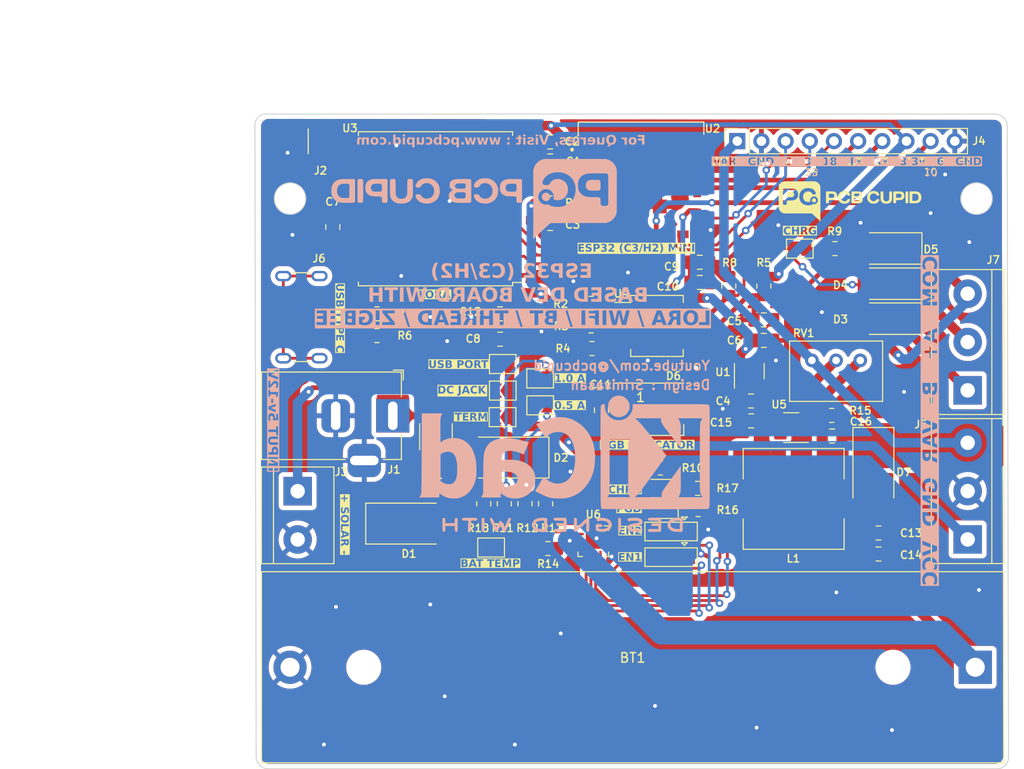
<source format=kicad_pcb>
(kicad_pcb (version 20241229) (generator "pcbnew") (generator_version "9.0")
  (layers (0 "F.Cu" signal) (2 "B.Cu" signal) (13 "F.Paste" user) (15 "B.Paste" user) (5 "F.SilkS" user "F.Silkscreen") (7 "B.SilkS" user "B.Silkscreen") (1 "F.Mask" user) (3 "B.Mask" user) (25 "Edge.Cuts" user))
  (net 0 "")
  (net 1 "/Battery Managment Circuit/Bat+")
  (net 2 "GND")
  (net 3 "+3.3V")
  (net 4 "Net-(U2-EN)")
  (net 5 "/OUT")
  (net 6 "Net-(U1-BP)")
  (net 7 "VCC")
  (net 8 "/OUT_VAR")
  (net 9 "Net-(D1-A2)")
  (net 10 "Net-(D2-K)")
  (net 11 "Net-(D3-A1)")
  (net 12 "/COM")
  (net 13 "Net-(D4-A1)")
  (net 15 "/RGB")
  (net 16 "Net-(D7-A)")
  (net 17 "Net-(D8-K)")
  (net 18 "Net-(D9-K)")
  (net 19 "Net-(F1-Pad1)")
  (net 20 "Net-(J2-SIG)")
  (net 21 "Net-(J3-Pin_1)")
  (net 22 "/GPIO9")
  (net 23 "/GPIO8")
  (net 24 "/GPIO18")
  (net 25 "/U0Txd")
  (net 26 "/U0Rxd")
  (net 27 "/GPIO6")
  (net 28 "Net-(J6-CC1)")
  (net 29 "Net-(J6-CC2)")
  (net 30 "unconnected-(J6-SHIELD-PadS1)")
  (net 31 "Net-(JP3-A)")
  (net 32 "Net-(JP5-C)")
  (net 33 "Net-(JP6-C)")
  (net 34 "Net-(JP7-B)")
  (net 35 "Net-(JP8-B)")
  (net 36 "Net-(JP9-A)")
  (net 37 "Net-(JP9-B)")
  (net 38 "/R0")
  (net 39 "/DTR")
  (net 40 "/DI")
  (net 41 "Net-(U6-ILIM)")
  (net 42 "Net-(U6-ISET)")
  (net 43 "Net-(U6-ITERM)")
  (net 44 "Net-(U6-~{CE})")
  (net 45 "Net-(R15-Pad1)")
  (net 46 "Net-(U6-~{PGOOD})")
  (net 47 "Net-(U6-~{CHG})")
  (net 48 "Net-(U5-FB)")
  (net 50 "/RESET")
  (net 51 "/NSS")
  (net 55 "/SCK")
  (net 56 "/MOSI")
  (net 58 "/MISO")
  (net 75 "Net-(JP4-B)")
  (footprint "Jumper:SolderJumper-2_P1.3mm_Open_TrianglePad1.0x1.5mm" (layer "F.Cu") (at 132.618 96.165)
    (property "Reference" "JP8" (hide yes))
    (property "Value" "0.5A JMP")
  )
  (footprint "Capacitor_SMD:C_0805_2012Metric_Pad1.18x1.45mm_HandSolder" (layer "F.Cu") (at 133.6659 70.4673 180)
    (property "Reference" "C1")
    (property "Value" "10uf")
  )
  (footprint "Jumper:SolderJumper-2_P1.3mm_Open_TrianglePad1.0x1.5mm" (layer "F.Cu") (at 132.613 93.335)
    (property "Reference" "JP7" (hide yes))
    (property "Value" "1A JMP")
  )
  (footprint "Connector_BarrelJack:BarrelJack_Horizontal" (layer "F.Cu") (at 117.1355 97.2643)
    (property "Reference" "J1")
    (property "Value" "Barrel_Jack")
  )
  (footprint "Resistor_SMD:R_0805_2012Metric_Pad1.20x1.40mm_HandSolder" (layer "F.Cu") (at 133.188 106.515 -90)
    (property "Reference" "R13")
    (property "Value" "10k")
  )
  (footprint "Package_TO_SOT_SMD:SOT-23-6" (layer "F.Cu") (at 158.996 98.507 180)
    (property "Reference" "U5")
    (property "Value" "MT3608")
  )
  (footprint "Connector_PinSocket_2.54mm:PinSocket_1x10_P2.54mm_Vertical" (layer "F.Cu") (at 153.3255 68.3845 90)
    (property "Reference" "J4")
    (property "Value" "Conn_01x10")
  )
  (footprint "Jumper:SolderJumper-3_P2.0mm_Open_TrianglePad1.0x1.5mm" (layer "F.Cu") (at 146.3759 109.4034 180)
    (property "Reference" "JP6" (hide yes))
    (property "Value" "E2")
  )
  (footprint "Diode_SMD:D_SMA" (layer "F.Cu") (at 169.2235 79.6737 180)
    (property "Reference" "D5")
    (property "Value" "SMAJ6.8CA")
  )
  (footprint "Resistor_SMD:R_0805_2012Metric_Pad1.20x1.40mm_HandSolder" (layer "F.Cu") (at 133.6659 74.8869)
    (property "Reference" "R1")
    (property "Value" "10k")
  )
  (footprint "Capacitor_SMD:C_0805_2012Metric_Pad1.18x1.45mm_HandSolder" (layer "F.Cu") (at 133.6659 77.0459 180)
    (property "Reference" "C3")
    (property "Value" "1uf")
  )
  (footprint "Capacitor_SMD:C_0805_2012Metric_Pad1.18x1.45mm_HandSolder" (layer "F.Cu") (at 149.3885 83.2435)
    (property "Reference" "C10")
    (property "Value" "10uf")
  )
  (footprint "LOGO" (layer "F.Cu") (at 165.1735 74.7237)
    (property "Reference" "G***" (hide yes))
    (property "Value" "LOGO" (hide yes))
  )
  (footprint "Jumper:SolderJumper-3_P2.0mm_Open_TrianglePad1.0x1.5mm" (layer "F.Cu") (at 146.3759 112.1034 180)
    (property "Reference" "JP5" (hide yes))
    (property "Value" "E1")
  )
  (footprint "LED_SMD:LED_0805_2012Metric_Pad1.15x1.40mm_HandSolder" (layer "F.Cu") (at 145.2505 104.915 180)
    (property "Reference" "D9" (hide yes))
    (property "Value" "LED - RED")
  )
  (footprint "Jumper:SolderJumper-2_P1.3mm_Open_TrianglePad1.0x1.5mm" (layer "F.Cu") (at 128.667 97.409 180)
    (property "Reference" "JP1" (hide yes))
    (property "Value" "T-JMP")
  )
  (footprint "Potentiometer_THT:Potentiometer_Bourns_3299W_Vertical" (layer "F.Cu") (at 166.2505 91.4375)
    (property "Reference" "RV1")
    (property "Value" "100k")
  )
  (footprint "Jumper:SolderJumper-2_P1.3mm_Open_TrianglePad1.0x1.5mm" (layer "F.Cu") (at 128.688 94.615 180)
    (property "Reference" "JP2" (hide yes))
    (property "Value" "T-JMP")
  )
  (footprint "Resistor_SMD:R_0805_2012Metric_Pad1.20x1.40mm_HandSolder" (layer "F.Cu") (at 145.253 102.755 180)
    (property "Reference" "R10")
    (property "Value" "1k")
  )
  (footprint "Resistor_SMD:R_0805_2012Metric_Pad1.20x1.40mm_HandSolder" (layer "F.Cu") (at 133.4255 111.2275)
    (property "Reference" "R14")
    (property "Value" "10k")
  )
  (footprint "Resistor_SMD:R_0805_2012Metric_Pad1.20x1.40mm_HandSolder" (layer "F.Cu") (at 138.059 90.19475)
    (property "Reference" "R4")
    (property "Value" "10k")
  )
  (footprint "Capacitor_SMD:C_0805_2012Metric_Pad1.18x1.45mm_HandSolder" (layer "F.Cu") (at 154.793 97.7975 180)
    (property "Reference" "C15")
    (property "Value" "22uf")
  )
  (footprint "Capacitor_SMD:C_0805_2012Metric_Pad1.18x1.45mm_HandSolder" (layer "F.Cu") (at 128.3905 86.5455 180)
    (property "Reference" "C12")
    (property "Value" "10uf")
  )
  (footprint "Resistor_SMD:R_0805_2012Metric_Pad1.20x1.40mm_HandSolder" (layer "F.Cu") (at 137.9745 85.43625)
    (property "Reference" "R2")
    (property "Value" "10k")
  )
  (footprint "Capacitor_SMD:C_0805_2012Metric_Pad1.18x1.45mm_HandSolder" (layer "F.Cu") (at 163.2925 99.396 180)
    (property "Reference" "C16")
    (property "Value" "22uf")
  )
  (footprint "RF_Module:HOPERF_RFM9XW_SMD" (layer "F.Cu") (at 121.6197 75.4993 180)
    (property "Reference" "U3")
    (property "Value" "RFM95W-868S2")
  )
  (footprint "Capacitor_SMD:C_0805_2012Metric_Pad1.18x1.45mm_HandSolder" (layer "F.Cu") (at 154.7705 95.7075 180)
    (property "Reference" "C4")
    (property "Value" "0.1uf")
  )
  (footprint "TerminalBlock:TerminalBlock_bornier-2_P5.08mm" (layer "F.Cu") (at 107.1355 105.1914 -90)
    (property "Reference" "J3")
    (property "Value" "Solar")
  )
  (footprint "Package_DFN_QFN:VQFN-16-1EP_3x3mm_P0.5mm_EP1.6x1.6mm" (layer "F.Cu") (at 138.2005 110.4525)
    (property "Reference" "U6")
    (property "Value" "BQ24074RGT")
  )
  (footprint "Capacitor_SMD:C_0805_2012Metric_Pad1.18x1.45mm_HandSolder" (layer "F.Cu") (at 139.0545 96.6785 -90)
    (property "Reference" "C11")
    (property "Value" "0.1uf")
  )
  (footprint "TerminalBlock:TerminalBlock_bornier-3_P5.08mm" (layer "F.Cu") (at 177.5355 94.5896 90)
    (property "Reference" "J7")
    (property "Value" "RS485 OUT")
  )
  (footprint "Diode_SMD:D_SMB_Handsoldering" (layer "F.Cu") (at 128.8288 101.661 180)
    (property "Reference" "D2")
    (property "Value" "SS34")
  )
  (footprint "Capacitor_SMD:C_0805_2012Metric_Pad1.18x1.45mm_HandSolder" (layer "F.Cu") (at 168.1625 111.8)
    (property "Reference" "C14")
    (property "Value" "10uf")
  )
  (footprint "Resistor_SMD:R_0805_2012Metric_Pad1.20x1.40mm_HandSolder" (layer "F.Cu") (at 137.9745 87.8155)
    (property "Reference" "R3")
    (property "Value" "10k")
  )
  (footprint "Jumper:SolderJumper-2_P1.3mm_Open_TrianglePad1.0x1.5mm" (layer "F.Cu") (at 127.463 111.115)
    (property "Reference" "JP9" (hide yes))
    (property "Value" "T-JMP")
  )
  (footprint "Jumper:SolderJumper-2_P1.3mm_Open_TrianglePad1.0x1.5mm" (layer "F.Cu") (at 128.688 91.821 180)
    (property "Reference" "JP4" (hide yes))
    (property "Value" "T-JMP")
  )
  (footprint "Resistor_SMD:R_0805_2012Metric_Pad1.20x1.40mm_HandSolder" (layer "F.Cu") (at 128.852666 106.515 -90)
    (property "Reference" "R11")
    (property "Value" "1k")
  )
  (footprint "Capacitor_SMD:C_0805_2012Metric_Pad1.18x1.45mm_HandSolder" (layer "F.Cu") (at 156.1195 89.3395)
    (property "Reference" "C6")
    (property "Value" "2.2uf")
  )
  (footprint "Resistor_SMD:R_0805_2012Metric_Pad1.20x1.40mm_HandSolder" (layer "F.Cu") (at 152.4365 83.6245 90)
    (property "Reference" "R8")
    (property "Value" "20k")
  )
  (footprint "Diode_SMD:D_SMA" (layer "F.Cu") (at 169.2325 87.0535 180)
    (property "Reference" "D3")
    (property "Value" "SMAJ6.8CA")
  )
  (footprint "Jumper:SolderJumper-2_P1.3mm_Open_TrianglePad1.0x1.5mm" (layer "F.Cu") (at 159.8975 79.6875 180)
    (property "Reference" "JP3" (hide yes))
    (property "Value" "NO")
  )
  (footprint "Connector_USB:USB_C_Receptacle_GCT_USB4125-xx-x_6P_TopMnt_Horizontal" (layer "F.Cu") (at 106.4305 86.8934 -90)
    (property "Reference" "J6")
    (property "Value" "USB_C_Receptacle_PowerOnly_6P")
  )
  (footprint "Resistor_SMD:R_0805_2012Metric_Pad1.20x1.40mm_HandSolder" (layer "F.Cu") (at 115.4635 88.8315 180)
    (property "Reference" "R6")
    (property "Value" "5.1k")
  )
  (footprint "Resistor_SMD:R_0805_2012Metric_Pad1.20x1.40mm_HandSolder" (layer "F.Cu") (at 149.163 104.895 180)
    (property "Reference" "R17")
    (property "Value" "10k")
  )
  (footprint "U.FL-R-SMT_01_:HRS_U.FL-R-SMT_01_" (layer "F.Cu") (at 109.5423 68.4099 90)
    (property "Reference" "J2")
    (property "Value" "U.FL-R-SMT_01_")
  )
  (footprint "Battery:BatteryHolder_MPD_BH-18650-PC2" (layer "F.Cu") (at 178.3355 123.706 180)
    (property "Reference" "BT1")
    (property "Value" "Battery_Cell")
  )
  (footprint "Capacitor_SMD:C_0805_2012Metric_Pad1.18x1.45mm_HandSolder" (layer "F.Cu") (at 149.3885 81.1225)
    (property "Reference" "C9")
    (property "Value" "0.1uF")
  )
  (footprint "ESP32_C3_MINI_1U_N4:XCVR_ESP32-C3-MINI-1U-N4" (layer "F.Cu") (at 143.2165 73.2845)
    (property "Reference" "U2")
    (property "Value" "ESP32-C3-MINI-1U-N4")
  )
  (footprint "TerminalBlock:TerminalBlock_bornier-3_P5.08mm" (layer "F.Cu") (at 177.5355 110.2614 90)
    (property "Reference" "J5")
    (property "Value" "PWR OUT")
  )
  (footprint "Resistor_SMD:R_0805_2012Metric_Pad1.20x1.40mm_HandSolder" (layer "F.Cu") (at 163.2515 97.227)
    (property "Reference" "R15")
    (property "Value" "2.2k")
  )
  (footprint "Diode_SMD:D_SMA" (layer "F.Cu") (at 169.2235 83.3737 180)
    (property "Reference" "D4")
    (property "Value" "SMAJ6.8CA")
  )
  (footprint "Fuse:Fuse_1812_4532Metric_Pad1.30x3.40mm_HandSolder" (layer "F.Cu") (at 121.666 99.4766 -90)
    (property "Reference" "F1")
    (property "Value" "Polyfuse")
  )
  (footprint "LED_SMD:LED_0805_2012Metric_Pad1.15x1.40mm_HandSolder" (layer "F.Cu") (at 145.2605 107.095 180)
    (property "Reference" "D8" (hide yes))
    (property "Value" "LED - Green")
  )
  (footprint "Resistor_SMD:R_0805_2012Metric_Pad1.20x1.40mm_HandSolder" (layer "F.Cu") (at 149.213 107.125 180)
    (property "Reference" "R16")
    (property "Value" "10k")
  )
  (footprint "Resistor_SMD:R_0805_2012Metric_Pad1.20x1.40mm_HandSolder" (layer "F.Cu") (at 131.020332 106.515 -90)
    (property "Reference" "R12")
    (property "Value" "2k")
  )
  (footprint "Capacitor_SMD:C_0805_2012Metric_Pad1.18x1.45mm_HandSolder" (layer "F.Cu") (at 110.8313 77.4269 -90)
    (property "Reference" "C7")
    (property "Value" "0.1uf")
  )
  (footprint "Resistor_SMD:R_0805_2012Metric_Pad1.20x1.40mm_HandSolder" (layer "F.Cu") (at 156.1195 83.6245 -90)
    (property "Reference" "R5")
    (property "Value" "20k")
  )
  (footprint "Package_TO_SOT_SMD:SOT-23-5" (layer "F.Cu") (at 154.5905 92.5675 90)
    (property "Reference" "U1")
    (property "Value" "MIC5219-3.3v")
  )
  (footprint "Diode_SMD:D_SMB_Handsoldering" (layer "F.Cu") (at 167.632 103.206 -90)
    (property "Reference" "D7")
    (property "Value" "D")
  )
  (footprint "LED_SMD:LED_WS2812B_PLCC4_5.0x5.0mm_P3.2mm" (layer "F.Cu") (at 144.0545 96.5785)
    (property "Reference" "D6")
    (property "Value" "WS2812B")
  )
  (footprint "Diode_SMD:D_SMB_Handsoldering" (layer "F.Cu") (at 119 108.6)
    (property "Reference" "D1")
    (property "Value" "SMAJ24")
  )
  (footprint "Inductor_SMD:L_10.4x10.4_H4.8" (layer "F.Cu") (at 159.25 106)
    (property "Reference" "L1")
    (property "Value" "L")
  )
  (footprint "Capacitor_SMD:C_0805_2012Metric_Pad1.18x1.45mm_HandSolder" (layer "F.Cu") (at 128.412 89.2125 180)
    (property "Reference" "C8")
    (property "Value" "10uf")
  )
  (footprint "Capacitor_SMD:C_0805_2012Metric_Pad1.18x1.45mm_HandSolder" (layer "F.Cu") (at 156.1195 87.1805 180)
    (property "Reference" "C5")
    (property "Value" "470pf")
  )
  (footprint "Resistor_SMD:R_0805_2012Metric_Pad1.20x1.40mm_HandSolder" (layer "F.Cu") (at 115.4795 86.5455 180)
    (property "Reference" "R7")
    (property "Value" "5.1k")
  )
  (footprint "Package_SO:SO-8_5.3x6.2mm_P1.27mm" (layer "F.Cu") (at 144.8875 87.8155)
    (property "Reference" "U4")
    (property "Value" "THVD1406")
  )
  (footprint "Capacitor_SMD:C_0805_2012Metric_Pad1.18x1.45mm_HandSolder" (layer "F.Cu") (at 133.6659 68.4733 180)
    (property "Reference" "C2")
    (property "Value" "0.1uf")
  )
  (footprint "Resistor_SMD:R_0805_2012Metric_Pad1.20x1.40mm_HandSolder" (layer "F.Cu") (at 126.685 106.515 90)
    (property "Reference" "R18")
    (property "Value" "1k")
  )
  (footprint "Capacitor_SMD:C_0805_2012Metric_Pad1.18x1.45mm_HandSolder" (layer "F.Cu") (at 168.1625 109.59)
    (property "Reference" "C13")
    (property "Value" "10uf")
  )
  (footprint "Resistor_SMD:R_0805_2012Metric_Pad1.20x1.40mm_HandSolder" (layer "F.Cu") (at 163.5965 79.6875)
    (property "Reference" "R9")
    (property "Value" "120R")
  )
  (footprint "Symbol:KiCad-Logo2_12mm_SilkScreen" (layer "B.Cu") (at 135.188393 101.0737 180)
    (property "Reference" "REF**" (hide yes))
    (property "Value" "KiCad-Logo2_12mm_SilkScreen" (hide yes))
  )
  (footprint "LOGO" (layer "B.Cu") (at 125.6735 74.4737 180)
    (property "Reference" "G***" (hide yes))
    (property "Value" "LOGO" (hide yes))
  )
  (gr_circle (center 106.3355 74.4297) (end 107.9865 74.4297) (stroke (width 0.1)) (fill no) (layer "Edge.Cuts"))
  (gr_arc (start 181.8243 133.221674) (mid 181.486879 134.036279) (end 180.672274 134.3737) (stroke (width 0.1)) (layer "Edge.Cuts"))
  (gr_line (start 103.7955 65.5397) (end 180.418274 65.5397) (stroke (width 0.1)) (layer "Edge.Cuts"))
  (gr_circle (center 178.4715 74.4297) (end 180.1225 74.4297) (stroke (width 0.1)) (fill no) (layer "Edge.Cuts"))
  (gr_arc (start 104.0495 134.3737) (mid 103.151474 134.001726) (end 102.7795 133.1037) (stroke (width 0.1)) (layer "Edge.Cuts"))
  (gr_arc (start 102.643474 66.691726) (mid 102.980895 65.877121) (end 103.7955 65.5397) (stroke (width 0.1)) (layer "Edge.Cuts"))
  (gr_line (start 180.672274 134.3737) (end 104.0495 134.3737) (stroke (width 0.1)) (layer "Edge.Cuts"))
  (gr_line (start 102.7795 133.1037) (end 102.643474 66.691726) (stroke (width 0.1)) (layer "Edge.Cuts"))
  (gr_arc (start 180.418274 65.5397) (mid 181.3163 65.911674) (end 181.688274 66.8097) (stroke (width 0.1)) (layer "Edge.Cuts"))
  (gr_line (start 181.688274 66.8097) (end 181.8243 133.221674) (stroke (width 0.1)) (layer "Edge.Cuts"))
  (gr_text "VAR   GND   9   8   18   Tx   Rx   3.3v   6   GND" (at 164.8735 70.5737 0) (layer "F.SilkS" knockout) (effects (font (size 0.8 0.8) (thickness 0.16) (bold yes))))
  (gr_text "USB TYPE C" (at 111.5171 86.9773 270) (layer "F.SilkS" knockout) (effects (font (size 0.8 0.8) (thickness 0.16) (bold yes))))
  (gr_text "PGD" (at 141.932655 107.0737 0) (layer "F.SilkS" knockout) (effects (font (size 0.8 0.8) (thickness 0.16) (bold yes))))
  (gr_text "RGB INDICATOR" (at 143.8235 100.3737 0) (layer "F.SilkS" knockout) (effects (font (size 0.8 0.8) (thickness 0.16) (bold yes))))
  (gr_text "EN2" (at 142.053409 109.4237 0) (layer "F.SilkS" knockout) (effects (font (size 0.8 0.8) (thickness 0.16) (bold yes))))
  (gr_text "0.5 A" (at 135.7235 96.2185 0) (layer "F.SilkS" knockout) (effects (font (size 0.8 0.8) (thickness 0.16) (bold yes))))
  (gr_text "EN1" (at 142.045984 112.1737 0) (layer "F.SilkS" knockout) (effects (font (size 0.8 0.8) (thickness 0.16) (bold yes))))
  (gr_text "LORA" (at 121.5235 84.5737 0) (layer "F.SilkS" knockout) (effects (font (size 0.8 0.8) (thickness 0.16) (bold yes))))
  (gr_text "DC JACK" (at 124.3695 94.5973 0) (layer "F.SilkS" knockout) (effects (font (size 0.8 0.8) (thickness 0.16) (bold yes))))
  (gr_text "25" (at 161.1235 71.7237 0) (layer "F.SilkS") (effects (font (size 0.8 0.8))))
  (gr_text "+ SOLAR -" (at 112.0251 108.6689 270) (layer "F.SilkS" knockout) (effects (font (size 0.8 0.8) (thickness 0.16) (bold yes))))
  (gr_text "CHRG" (at 159.9235 77.8737 0) (layer "F.SilkS" knockout) (effects (font (size 0.8 0.8) (thickness 0.16) (bold yes))))
  (gr_text "BAT TEMP" (at 127.3667 112.8345 0) (layer "F.SilkS" knockout) (effects (font (size 0.8 0.8) (thickness 0.16) (bold yes))))
  (gr_text "10" (at 173.6235 71.6737 0) (layer "F.SilkS") (effects (font (size 0.8 0.8))))
  (gr_text "TERM" (at 125.3855 97.4421 0) (layer "F.SilkS" knockout) (effects (font (size 0.8 0.8) (thickness 0.16) (bold yes))))
  (gr_text "CHRG" (at 141.5235 105.0737 0) (layer "F.SilkS" knockout) (effects (font (size 0.8 0.8) (thickness 0.16) (bold yes))))
  (gr_text "USB PORT" (at 124.0139 91.9049 0) (layer "F.SilkS" knockout) (effects (font (size 0.8 0.8) (thickness 0.16) (bold yes))))
  (gr_text "1.0 A" (at 135.7235 93.3737 0) (layer "F.SilkS" knockout) (effects (font (size 0.8 0.8) (thickness 0.16) (bold yes))))
  (gr_text "ESP32 (C3/H2) MINI" (at 142.7235 79.6737 0) (layer "F.SilkS" knockout) (effects (font (size 0.8 0.8) (thickness 0.16) (bold yes))))
  (gr_text "Youtube.com/@pcbcupid" (at 131.7699 92.578394 0) (layer "B.SilkS") (effects (font (size 1 1) (thickness 0.2) (bold yes)) (justify right bottom mirror)))
  (gr_text "ESP32 (C3/H2) \nBASED DEV BOARD WITH\n" (at 129.2401 85.5353 0) (layer "B.SilkS") (effects (font (size 1.5 1.5) (thickness 0.3) (bold yes)) (justify bottom mirror)))
  (gr_text "VAR   GND   9   8   18   Tx   Rx   3.3v   6   GND" (at 164.8735 70.4237 180) (layer "B.SilkS" knockout) (effects (font (size 0.8 0.8) (thickness 0.16) (bold yes)) (justify mirror)))
  (gr_text "For Queries, Visit : www.pcbcupid.com" (at 113.2735 68.9237 0) (layer "B.SilkS") (effects (font (size 1 1) (thickness 0.2) (bold yes)) (justify right bottom mirror)))
  (gr_text "COM   A+   B-  VAR  GND  VCC" (at 174.5735 97.7737 90) (layer "B.SilkS" knockout) (effects (font (size 1.5 1.5) (thickness 0.3) (bold yes)) (justify bottom mirror)))
  (gr_text "25" (at 161.17897 71.5737 180) (layer "B.SilkS") (effects (font (size 0.8 0.8)) (justify mirror)))
  (gr_text "10" (at 173.67897 71.6237 180) (layer "B.SilkS") (effects (font (size 0.8 0.8)) (justify mirror)))
  (gr_text "INPUT 5v-12V" (at 104.4735 97.7737 270) (layer "B.SilkS" knockout) (effects (font (size 1 1) (thickness 0.16) (bold yes)) (justify mirror)))
  (gr_text "Design : Srinivasan" (at 135.6815 94.610394 0) (layer "B.SilkS") (effects (font (size 1 1) (thickness 0.2) (bold yes)) (justify right bottom mirror)))
  (gr_text "LORA / WIFI / BT / THREAD / ZIGBEE" (at 129.7735 87.9737 0) (layer "B.SilkS" knockout) (effects (font (size 1.5 1.5) (thickness 0.3) (bold yes)) (justify bottom mirror)))
  (segment (start 136.1505 110.7025) (end 136.763 110.7025) (width 0.3) (layer "F.Cu") (net 1))
  (segment (start 136.763 110.2025) (end 136.0505 110.2025) (width 0.3) (layer "F.Cu") (net 1))
  (segment (start 135.7255 110.4025) (end 135.7255 110.2775) (width 0.3) (layer "F.Cu") (net 1))
  (segment (start 136.0505 110.2025) (end 135.8505 110.4025) (width 0.3) (layer "F.Cu") (net 1))
  (segment (start 167.125 109.59) (end 167.125 112.4955) (width 1) (layer "F.Cu") (net 1))
  (segment (start 167.125 112.4955) (end 178.3355 123.706) (width 1) (layer "F.Cu") (net 1))
  (segment (start 135.7255 110.2775) (end 136.1505 110.7025) (width 0.3) (layer "F.Cu") (net 1))
  (segment (start 135.8505 110.4025) (end 135.8505 110.4025) (width 0.3) (layer "F.Cu") (net 1))
  (segment (start 135.8505 110.4025) (end 135.7255 110.4025) (width 0.3) (layer "F.Cu") (net 1))
  (via (at 135.7255 110.4025) (size 0.8) (drill 0.4) (layers "F.Cu" "B.Cu") (net 1))
  (segment (start 138.575 113.25) (end 145.3825 120.0575) (width 2.5) (layer "B.Cu") (net 1))
  (segment (start 174.687 120.0575) (end 178.3355 123.706) (width 2.5) (layer "B.Cu") (net 1))
  (segment (start 138.573 113.25) (end 138.575 113.25) (width 2.5) (layer "B.Cu") (net 1))
  (segment (start 135.7255 110.4025) (end 138.573 113.25) (width 2.5) (layer "B.Cu") (net 1))
  (segment (start 145.3825 120.0575) (end 174.687 120.0575) (width 2.5) (layer "B.Cu") (net 1))
  (segment (start 139.7619 112.5297) (end 140.1175 112.1741) (width 0.3) (layer "F.Cu") (net 2))
  (segment (start 125.1315 111.1073) (end 125.1315 105.9765) (width 0.3) (layer "F.Cu") (net 2))
  (segment (start 150.426 83.2435) (end 150.426 81.1225) (width 1) (layer "F.Cu") (net 2))
  (segment (start 138.9505 111.89) (end 138.9505 112.3787) (width 0.3) (layer "F.Cu") (net 2))
  (segment (start 140.2191 112.0725) (end 140.2699 112.0217) (width 0.3) (layer "F.Cu") (net 2))
  (segment (start 127.6697 68.4993) (end 123.0995 73.0695) (width 0.3) (layer "F.Cu") (net 2))
  (segment (start 125.1315 105.9765) (end 125.593 105.515) (width 0.3) (layer "F.Cu") (net 2))
  (segment (start 125.593 105.515) (end 126.685 105.515) (width 0.3) (layer "F.Cu") (net 2))
  (segment (start 129.1447 68.4993) (end 127.6697 68.4993) (width 0.3) (layer "F.Cu") (net 2))
  (segment (start 140.0165 76.4845) (end 141.2415 75.2595) (width 0.3) (layer "F.Cu") (net 2))
  (segment (start 133.188 105.515) (end 133.4162 105.515) (width 1) (layer "F.Cu") (net 2))
  (segment (start 117.3083 111.8185) (end 124.4203 111.8185) (width 0.3) (layer "F.Cu") (net 2))
  (segment (start 137.3165 77.2845) (end 137.3165 78.1845) (width 0.3) (layer "F.Cu") (net 2))
  (segment (start 137.3165 77.2845) (end 138.1263 77.2845) (width 0.3) (layer "F.Cu") (net 2))
  (segment (start 140.1175 112.1741) (end 140.1175 112.0725) (width 0.3) (layer "F.Cu") (net 2))
  (segment (start 124.4203 111.8185) (end 125.1315 111.1073) (width 0.3) (layer "F.Cu") (net 2))
  (segment (start 116.3 110.8102) (end 117.3083 111.8185) (width 0.3) (layer "F.Cu") (net 2))
  (segment (start 138.4505 110.0499) (end 138.5427 110.1421) (width 0.254) (layer "F.Cu") (net 2))
  (segment (start 151.928 82.6245) (end 150.426 81.1225) (width 1) (layer "F.Cu") (net 2))
  (segment (start 127.353 89.191) (end 127.3745 89.2125) (width 1) (layer "F.Cu") (net 2))
  (segment (start 123.0995 73.0695) (end 123.0995 74.6837) (width 0.3) (layer "F.Cu") (net 2))
  (segment (start 161.366 98.507) (end 162.255 99.396) (width 0.3) (layer "F.Cu") (net 2))
  (segment (start 162.255 99.396) (end 162.255 99.2235) (width 0.3) (layer "F.Cu") (net 2))
  (segment (start 140.1513 75.2595) (end 141.2415 75.2595) (width 0.3) (layer "F.Cu") (net 2))
  (segment (start 138.5427 110.1421) (end 138.4505 110.2025) (width 0.3) (layer "F.Cu") (net 2))
  (segment (start 138.9505 112.3787) (end 139.1015 112.5297) (width 0.3) (layer "F.Cu") (net 2))
  (segment (start 132.4545 68.2955) (end 132.4545 70.2895) (width 1) (layer "F.Cu") (net 2))
  (segment (start 137.3165 78.1845) (end 137.2665 78.2345) (width 0.3) (layer "F.Cu") (net 2))
  (segment (start 116.3 108.6) (end 116.3 110.8102) (width 0.3) (layer "F.Cu") (net 2))
  (segment (start 138.1263 77.2845) (end 140.1513 75.2595) (width 0.3) (layer "F.Cu") (net 2))
  (segment (start 138.4505 110.2025) (end 138.2005 110.4525) (width 0.3) (layer "F.Cu") (net 2))
  (segment (start 140.0165 78.1845) (end 140.0165 76.4845) (width 0.3) (layer "F.Cu") (net 2))
  (segment (start 152.6217 95.7075) (end 151.8015 96.5277) (width 0.3) (layer "F.Cu") (net 2))
  (segment (start 140.1175 112.0725) (end 140.2191 112.0725) (width 0.3) (layer "F.Cu") (net 2))
  (segment (start 154.5905 93.705) (end 154.5905 94.85) (width 0.5) (layer "F.Cu") (net 2))
  (segment (start 133.4162 105.515) (end 135.7995 103.1317) (width 1) (layer "F.Cu") (net 2))
  (segment (start 152.4365 82.6245) (end 151.928 82.6245) (width 1) (layer "F.Cu") (net 2))
  (segment (start 160.1335 98.507) (end 161.366 98.507) (width 0.3) (layer "F.Cu") (net 2))
  (segment (start 138.4505 109.015) (end 138.4505 110.0499) (width 0.254) (layer "F.Cu") (net 2))
  (segment (start 153.733 95.7075) (end 152.6217 95.7075) (width 0.3) (layer "F.Cu") (net 2))
  (segment (start 139.1015 112.5297) (end 139.7619 112.5297) (width 0.3) (layer "F.Cu") (net 2))
  (segment (start 154.5905 94.85) (end 153.733 95.7075) (width 0.5) (layer "F.Cu") (net 2))
  (segment (start 162.255 99.2235) (end 164.2515 97.227) (width 0.3) (layer "F.Cu") (net 2))
  (segment (start 127.353 86.5455) (end 127.353 89.191) (width 1) (layer "F.Cu") (net 2))
  (segment (start 153.733 95.7075) (end 153.733 97.775) (width 0.3) (layer "F.Cu") (net 2))
  (segment (start 153.733 97.775) (end 153.7555 97.7975) (width 0.3) (layer "F.Cu") (net 2))
  (via (at 150.5315 77.7317) (size 0.8) (drill 0.4) (layers "F.Cu" "B.Cu") (net 2))
  (via (at 175.1695 71.8897) (size 0.8) (drill 0.4) (layers "F.Cu" "B.Cu") (net 2))
  (via (at 136.1043 83.1165) (size 0.8) (drill 0.4) (layers "F.Cu" "B.Cu") (net 2))
  (via (at 132.7515 88.3997) (size 0.8) (drill 0.4) (layers "F.Cu" "B.Cu") (net 2))
  (via (at 173.6455 75.9537) (size 0.8) (drill 0.4) (layers "F.Cu" "B.Cu") (net 2))
  (via (at 143.9275 91.4477) (size 0.8) (drill 0.4) (layers "F.Cu" "B.Cu") (net 2))
  (via (at 149.5155 111.7677) (size 0.8) (drill 0.4) (layers "F.Cu" "B.Cu") (net 2))
  (via (at 149.0075 92.2097) (size 0.8) (drill 0.4) (layers "F.Cu" "B.Cu") (net 2))
  (via (at 134.7835 120.1497) (size 0.8) (drill 0.4) (layers "F.Cu" "B.Cu") (net 2))
  (via (at 166.2795 76.9697) (size 0.8) (drill 0.4) (layers "F.Cu" "B.Cu") (net 2))
  (via (at 122.8455 89.4157) (size 0.8) (drill 0.4) (layers "F.Cu" "B.Cu") (net 2))
  (via (at 118.0195 82.5577) (size 0.8) (drill 0.4) (layers "F.Cu" "B.Cu") (net 2))
  (via (at 111.1615 117.3557) (size 0.8) (drill 0.4) (layers "F.Cu" "B.Cu") (net 2))
  (via (at 162.2155 86.3677) (size 0.8) (drill 0.4) (layers "F.Cu" "B.Cu") (net 2))
  (via (at 121.0675 86.8757) (size 0.8) (drill 0.4) (layers "F.Cu" "B.Cu") (net 2))
  (via (at 150.2775 109.2277) (size 0.8) (drill 0.4) (layers "F.Cu" "B.Cu") (net 2))
  (via (at 106.0815 69.6037) (size 0.8) (drill 0.4) (layers "F.Cu" "B.Cu") (net 2))
  (via (at 144.6895 127.7697) (size 0.8) (drill 0.4) (layers "F.Cu" "B.Cu") (net 2))
  (via (at 109.8915 131.8337) (size 0.8) (drill 0.4) (layers "F.Cu" "B.Cu") (net 2))
  (via (at 123.0995 74.6837) (size 0.8) (drill 0.4) (layers "F.Cu" "B.Cu") (net 2))
  (via (at 163.7395 115.8317) (size 0.8) (drill 0.4) (layers "F.Cu" "B.Cu") (net 2))
  (via (at 129.9575 131.8337) (size 0.8) (drill 0.4) (layers "F.Cu" "B.Cu") (net 2))
  (via (at 151.8015 96.5277) (size 0.8) (drill 0.4) (layers "F.Cu" "B.Cu") (net 2))
  (via (at 169.5815 130.3097) (size 0.8) (drill 0.4) (layers "F.Cu" "B.Cu") (net 2))
  (via (at 117.5115 68.8417) (size 0.8) (drill 0.4) (layers "F.Cu" "B.Cu") (net 2))
  (via (at 140.1175 112.0725) (size 0.8) (drill 0.4) (layers "F.Cu" "B.Cu") (net 2))
  (via (at 106.5895 78.2397) (size 0.8) (drill 0.4) (layers "F.Cu" "B.Cu") (net 2))
  (via (at 178.7255 115.5777) (size 0.8) (drill 0.4) (layers "F.Cu" "B.Cu") (net 2))
  (via (at 122.5915 126.7537) (size 0.8) (drill 0.4) (layers "F.Cu" "B.Cu") (net 2))
  (via (at 157.6435 77.2237) (size 0.8) (drill 0.4) (layers "F.Cu" "B.Cu") (net 2))
  (via (at 155.3575 130.0557) (size 0.8) (drill 0.4) (layers "F.Cu" "B.Cu") (net 2))
  (via (at 135.7995 103.1317) (size 0.8) (drill 0.4) (layers "F.Cu" "B.Cu") (net 2))
  (via (at 177.7095 79.0017) (size 0.8) (drill 0.4) (layers "F.Cu" "B.Cu") (net 2))
  (via (at 121.0675 117.1017) (size 0.8) (drill 0.4) (layers "F.Cu" "B.Cu") (net 2))
  (via (at 138.5427 110.1421) (size 0.8) (drill 0.4) (layers "F.Cu" "B.Cu") (net 2))
  (via (at 157.3895 91.4477) (size 0.8) (drill 0.4) (layers "F.Cu" "B.Cu") (net 2))
  (via (at 170.8515 94.7497) (size 0.8) (drill 0.4) (layers "F.Cu" "B.Cu") (net 2))
  (via (at 141.8447 82.2021) (size 0.8) (drill 0.4) (layers "F.Cu" "B.Cu") (net 2))
  (via (at 125.3855 86.8757) (size 0.8) (drill 0.4) (layers "F.Cu" "B.Cu") (net 2))
  (segment (start 156.1195 82.6245) (end 157.4243 82.6245) (width 1) (layer "F.Cu") (net 3))
  (segment (start 132.6659 74.8869) (end 132.0403 74.8869) (width 1) (layer "F.Cu") (net 3))
  (segment (start 154.2145 90.207) (end 155.082 89.3395) (width 1) (layer "F.Cu") (net 3))
  (segment (start 134.7034 68.4733) (end 134.7034 70.4673) (width 0.3) (layer "F.Cu") (net 3))
  (segment (start 148.351 83.2435) (end 148.351 83.9685) (width 1) (layer "F.Cu") (net 3))
  (segment (start 149.277 84.8945) (end 150.1505 84.8945) (width 1) (layer "F.Cu") (net 3))
  (segment (start 126.5031 84.3357) (end 132.5991 84.3357) (width 1) (layer "F.Cu") (net 3))
  (segment (start 132.0403 74.8869) (end 131.7355 75.1917) (width 1) (layer "F.Cu") (net 3))
  (segment (start 154.2145 90.2285) (end 154.2145 90.207) (width 1) (layer "F.Cu") (net 3))
  (segment (start 114.0947 76.4993) (end 118.1343 76.4993) (width 1) (layer "F.Cu") (net 3))
  (segment (start 136.9745 93.561) (end 139.0545 95.641) (width 1) (layer "F.Cu") (net 3))
  (segment (start 144.2323 96.5277) (end 148.6011 96.5277) (width 1) (layer "F.Cu") (net 3))
  (segment (start 157.4243 82.6245) (end 157.6943 82.3545) (width 1) (layer "F.Cu") (net 3))
  (segment (start 133.714 66.7589) (end 134.7034 67.7483) (width 1) (layer "F.Cu") (net 3))
  (segment (start 114.0958 76.3894) (end 114.1013 76.3949) (width 1) (layer "F.Cu") (net 3))
  (segment (start 127.8747 66.7589) (end 133.714 66.7589) (width 1) (layer "F.Cu") (net 3))
  (segment (start 142.6331 94.9285) (end 144.2323 96.5277) (width 1) (layer "F.Cu") (net 3))
  (segment (start 153.6405 91.43) (end 153.6405 90.781) (width 1) (layer "F.Cu") (net 3))
  (segment (start 150.6331 94.4957) (end 150.6331 94.4374) (width 1) (layer "F.Cu") (net 3))
  (segment (start 137.3165 70.8845) (end 135.1206 70.8845) (width 0.5) (layer "F.Cu") (net 3))
  (segment (start 114.0947 76.4993) (end 118.6667 76.4993) (width 1) (layer "F.Cu") (net 3))
  (segment (start 139.767 94.9285) (end 139.0545 95.641) (width 1) (layer "F.Cu") (net 3))
  (segment (start 135.1206 70.8845) (end 134.7034 70.4673) (width 0.5) (layer "F.Cu") (net 3))
  (segment (start 154.193 90.2285) (end 154.2145 90.2285) (width 1) (layer "F.Cu") (net 3))
  (segment (start 131.7355 75.1917) (end 131.6847 75.1917) (width 1) (layer "F.Cu") (net 3))
  (segment (start 136.9745 85.43625) (end 133.69965 85.43625) (width 1) (layer "F.Cu") (net 3))
  (segment (start 148.3875 81.159) (end 148.351 81.1225) (width 0.5) (layer "F.Cu") (net 3))
  (segment (start 118.1343 76.4993) (end 127.8747 66.7589) (width 1) (layer "F.Cu") (net 3))
  (segment (start 118.6667 76.4993) (end 126.5031 84.3357) (width 1) (layer "F.Cu") (net 3))
  (segment (start 153.6405 90.781) (end 154.193 90.2285) (width 1) (layer "F.Cu") (net 3))
  (segment (start 148.6011 96.5277) (end 150.6331 94.4957) (width 1) (layer "F.Cu") (net 3))
  (segment (start 134.7034 67.7483) (end 134.7034 68.4733) (width 1) (layer "F.Cu") (net 3))
  (segment (start 148.351 83.9685) (end 149.277 84.8945) (width 1) (layer "F.Cu") (net 3))
  (segment (start 131.6847 75.2425) (end 131.7355 75.1917) (width 1) (layer "F.Cu") (net 3))
  (segment (start 110.8313 76.3894) (end 114.0958 76.3894) (width 1) (layer "F.Cu") (net 3))
  (segment (start 133.69965 85.43625) (end 132.5991 84.3357) (width 1) (layer "F.Cu") (net 3))
  (segment (start 141.6045 94.9285) (end 142.6331 94.9285) (width 1) (layer "F.Cu") (net 3))
  (segment (start 131.6847 75.1917) (end 131.6847 75.2425) (width 1) (layer "F.Cu") (net 3))
  (segment (start 136.9745 85.43625) (end 136.9745 93.561) (width 1) (layer "F.Cu") (net 3))
  (segment (start 141.6045 94.9285) (end 139.767 94.9285) (width 1) (layer "F.Cu") (net 3))
  (segment (start 150.6331 94.4374) (end 153.6405 91.43) (width 1) (layer "F.Cu") (net 3))
  (segment (start 148.3875 85.9105) (end 148.3875 81.159) (width 0.5) (layer "F.Cu") (net 3))
  (via (at 131.6847 75.1917) (size 0.8) (drill 0.4) (layers "F.Cu" "B.Cu") (net 3))
  (via (at 133.7675 66.7589) (size 0.8) (drill 0.4) (layers "F.Cu" "B.Cu") (net 3))
  (via (at 154.2145 90.2285) (size 0.8) (drill 0.4) (layers "F.Cu" "B.Cu") (net 3))
  (via (at 150.1505 84.8945) (size 0.8) (drill 0.4) (layers "F.Cu" "B.Cu") (net 3))
  (via (at 132.7007 84.4373) (size 0.8) (drill 0.4) (layers "F.Cu" "B.Cu") (net 3))
  (via (at 157.6943 82.3545) (size 0.8) (drill 0.4) (layers "F.Cu" "B.Cu") (net 3))
  (segment (start 154.4685 88.7045) (end 154.4685 89.9745) (width 1) (layer "B.Cu") (net 3))
  (segment (start 131.6847 75.1917) (end 131.6847 83.3197) (width 1) (layer "B.Cu") (net 3))
  (segment (start 150.6585 84.8945) (end 154.4685 88.7045) (width 1) (layer "B.Cu") (net 3))
  (segment (start 169.3783 66.6573) (end 133.8183 66.6573) (width 0.5) (layer "B.Cu") (net 3))
  (segment (start 132.7007 84.3357) (end 131.6847 83.3197) (width 1) (layer "B.Cu") (net 3))
  (segment (start 171.1055 68.3845) (end 169.3783 66.6573) (width 0.5) (layer "B.Cu") (net 3))
  (segment (start 133.7675 66.7589) (end 133.7167 66.7589) (width 0.5) (layer "B.Cu") (net 3))
  (segment (start 150.1505 84.8945) (end 150.6585 84.8945) (width 1) (layer "B.Cu") (net 3))
  (segment (start 171.1055 68.3845) (end 157.6943 81.7957) (width 1) (layer "B.Cu") (net 3))
  (segment (start 154.4685 89.9745) (end 154.2145 90.2285) (width 1) (layer "B.Cu") (net 3))
  (segment (start 132.7007 84.4373) (end 132.7007 84.3357) (width 1) (layer "B.Cu") (net 3))
  (segment (start 157.6943 81.7957) (end 157.6943 82.3545) (width 1) (layer "B.Cu") (net 3))
  (segment (start 133.8183 66.6573) (end 133.7675 66.7081) (width 0.5) (layer "B.Cu") (net 3))
  (segment (start 133.7675 66.7081) (end 133.7675 66.7589) (width 0.5) (layer "B.Cu") (net 3))
  (segment (start 133.7167 66.7589) (end 133.7167 66.7589) (width 0.5) (layer "B.Cu") (net 3))
  (segment (start 137.3141 74.8869) (end 137.3165 74.8845) (width 0.3) (layer "F.Cu") (net 4))
  (segment (start 134.6659 74.8869) (end 137.3141 74.8869) (width 0.3) (layer "F.Cu") (net 4))
  (segment (start 134.6659 77.0084) (end 134.7034 77.0459) (width 0.3) (layer "F.Cu") (net 4))
  (segment (start 134.6659 74.8869) (end 134.6659 77.0084) (width 0.3) (layer "F.Cu") (net 4))
  (segment (start 140.4005 110.2025) (end 140.713 110.515) (width 0.3) (layer "F.Cu") (net 5))
  (segment (start 155.808 97.775) (end 155.8305 97.7975) (width 1) (layer "F.Cu") (net 5))
  (segment (start 155.5405 93.705) (end 155.5405 95.44) (width 0.5) (layer "F.Cu") (net 5))
  (segment (start 155.808 95.7075) (end 155.808 97.775) (width 1) (layer "F.Cu") (net 5))
  (segment (start 140.713 110.515) (end 143.388 110.515) (width 0.3) (layer "F.Cu") (net 5))
  (segment (start 153.6405 92.9615) (end 154.0095 92.5925) (width 0.5) (layer "F.Cu") (net 5))
  (segment (start 155.5405 95.44) (end 155.808 95.7075) (width 0.5) (layer "F.Cu") (net 5))
  (segment (start 139.638 110.2025) (end 140.2005 110.2025) (width 0.3) (layer "F.Cu") (net 5))
  (segment (start 140.5255 110.7025) (end 140.713 110.515) (width 0.3) (layer "F.Cu") (net 5))
  (segment (start 139.638 110.2025) (end 140.4005 110.2025) (width 0.3) (layer "F.Cu") (net 5))
  (segment (start 143.388 110.515) (end 144.413 109.49) (width 0.3) (layer "F.Cu") (net 5))
  (segment (start 155.1815 92.5925) (end 155.5405 92.9515) (width 0.5) (layer "F.Cu") (net 5))
  (segment (start 154.0095 92.5925) (end 155.1815 92.5925) (width 0.5) (layer "F.Cu") (net 5))
  (segment (start 139.638 110.7025) (end 140.5255 110.7025) (width 0.3) (layer "F.Cu") (net 5))
  (segment (start 153.6405 93.705) (end 153.6405 92.9615) (width 0.5) (layer "F.Cu") (net 5))
  (segment (start 155.5405 92.9515) (end 155.5405 93.705) (width 0.5) (layer "F.Cu") (net 5))
  (segment (start 155.5405 91.43) (end 156.1195 90.851) (width 0.3) (layer "F.Cu") (net 6))
  (segment (start 156.1195 88.218) (end 157.157 87.1805) (width 0.3) (layer "F.Cu") (net 6))
  (segment (start 156.1195 90.851) (end 156.1195 88.218) (width 0.3) (layer "F.Cu") (net 6))
  (segment (start 138.993 103.415) (end 138.993 108.025) (width 1) (layer "F.Cu") (net 7))
  (segment (start 129.392 97.409) (end 130.378 98.395) (width 1) (layer "F.Cu") (net 7))
  (segment (start 138.9505 108.0675) (end 138.993 108.025) (width 0.3) (layer "F.Cu") (net 7))
  (segment (start 130.378 98.395) (end 133.973 98.395) (width 1) (layer "F.Cu") (net 7))
  (segment (start 129.413 97.388) (end 129.392 97.409) (width 1) (layer "F.Cu") (net 7))
  (segment (start 138.9505 109.015) (end 138.9505 108.0675) (width 0.3) (layer "F.Cu") (net 7))
  (segment (start 129.428 86.5455) (end 129.428 91.806) (width 1) (layer "F.Cu") (net 7))
  (segment (start 129.413 91.821) (end 129.413 97.388) (width 1) (layer "F.Cu") (net 7))
  (segment (start 133.973 98.395) (end 138.993 103.415) (width 1) (layer "F.Cu") (net 7))
  (segment (start 129.428 91.806) (end 129.413 91.821) (width 1) (layer "F.Cu") (net 7))
  (via (at 135.638 100.06) (size 0.8) (drill 0.4) (layers "F.Cu" "B.Cu") (net 7))
  (segment (start 167.7016 100.4275) (end 177.5355 110.2614) (width 1) (layer "B.Cu") (net 7))
  (segment (start 135.638 100.06) (end 136.0055 100.4275) (width 1) (layer "B.Cu") (net 7))
  (segment (start 136.0055 100.4275) (end 167.7016 100.4275) (width 1) (layer "B.Cu") (net 7))
  (segment (start 164.33 99.396) (end 166.522 99.396) (width 1) (layer "F.Cu") (net 8))
  (segment (start 166.522 99.396) (end 167.632 100.506) (width 1) (layer "F.Cu") (net 8))
  (segment (start 151.9285 82.1955) (end 152.4525 82.7195) (width 1) (layer "B.Cu") (net 8))
  (segment (start 161.1705 91.4375) (end 169.8344 100.1014) (width 1) (layer "B.Cu") (net 8))
  (segment (start 161.1705 91.4375) (end 152.4525 82.7195) (width 1) (layer "B.Cu") (net 8))
  (segment (start 153.3255 68.3845) (end 151.9285 69.7815) (width 1) (layer "B.Cu") (net 8))
  (segment (start 169.8344 100.1014) (end 177.5355 100.1014) (width 1) (layer "B.Cu") (net 8))
  (segment (start 151.9285 69.7815) (end 151.9285 82.1955) (width 1) (layer "B.Cu") (net 8))
  (segment (start 127.942 98.0742) (end 131.5288 101.661) (width 0.5) (layer "F.Cu") (net 10))
  (segment (start 127.942 97.409) (end 127.942 98.0742) (width 0.3) (layer "F.Cu") (net 10))
  (segment (start 160.1835 81.6433) (end 160.1327 81.5925) (width 0.3) (layer "F.Cu") (net 11))
  (segment (start 148.3875 87.1805) (end 149.8805 87.1805) (width 0.5) (layer "F.Cu") (net 11))
  (segment (start 167.5495 83.3705) (end 171.2325 87.0535) (width 1) (layer "F.Cu") (net 11))
  (segment (start 149.8805 87.1805) (end 152.4365 84.6245) (width 0.5) (layer "F.Cu") (net 11))
  (segment (start 159.1725 80.6323) (end 160.1327 81.5925) (width 0.3) (layer "F.Cu") (net 11))
  (segment (start 160.1327 81.5925) (end 160.1835 81.5925) (width 0.3) (layer "F.Cu") (net 11))
  (segment (start 153.3415 84.6245) (end 154.0367 83.9293) (width 0.3) (layer "F.Cu") (net 11))
  (segment (start 171.2325 88.2866) (end 177.5355 94.5896) (width 1) (layer "F.Cu") (net 11))
  (segment (start 154.0367 81.8973) (end 156.2465 79.6875) (width 0.3) (layer "F.Cu") (net 11))
  (segment (start 159.1725 79.6875) (end 159.1725 80.6323) (width 0.3) (layer "F.Cu") (net 11))
  (segment (start 165.4159 83.4721) (end 167.1309 83.4721) (width 0.3) (layer "F.Cu") (net 11))
  (segment (start 171.2325 87.0535) (end 171.2325 88.2866) (width 1) (layer "F.Cu") (net 11))
  (segment (start 167.1309 83.4721) (end 167.2325 83.3705) (width 0.3) (layer "F.Cu") (net 11))
  (segment (start 152.4365 84.6245) (end 153.3415 84.6245) (width 0.3) (layer "F.Cu") (net 11))
  (segment (start 154.0367 83.9293) (end 154.0367 81.8973) (width 0.3) (layer "F.Cu") (net 11))
  (segment (start 156.2465 79.6875) (end 159.1725 79.6875) (width 0.3) (layer "F.Cu") (net 11))
  (segment (start 167.2325 83.3705) (end 167.5495 83.3705) (width 1) (layer "F.Cu") (net 11))
  (segment (start 160.1835 81.5925) (end 160.1835 81.6433) (width 0.3) (layer "F.Cu") (net 11))
  (via (at 165.4159 83.4721) (size 0.8) (drill 0.4) (layers "F.Cu" "B.Cu") (net 11))
  (via (at 160.1835 81.5925) (size 0.8) (drill 0.4) (layers "F.Cu" "B.Cu") (net 11))
  (segment (start 165.4159 83.4721) (end 165.4667 83.4721) (width 0.3) (layer "B.Cu") (net 11))
  (segment (start 160.1835 81.5925) (end 162.0631 83.4721) (width 0.3) (layer "B.Cu") (net 11))
  (segment (start 162.0631 83.4721) (end 165.4159 83.4721) (width 0.3) (layer "B.Cu") (net 11))
  (segment (start 171.2325 79.6875) (end 172.7934 79.6875) (width 1) (layer "F.Cu") (net 12))
  (segment (start 167.2325 87.8795) (end 170.2419 90.8889) (width 1) (layer "F.Cu") (net 12))
  (segment (start 167.2325 87.0535) (end 167.2325 87.8795) (width 1) (layer "F.Cu") (net 12))
  (segment (start 172.7934 79.6875) (end 177.5355 84.4296) (width 1) (layer "F.Cu") (net 12))
  (via (at 170.2419 90.8889) (size 0.8) (drill 0.4) (layers "F.Cu" "B.Cu") (net 12))
  (segment (start 175.9315 86.7233) (end 171.3595 91.2953) (width 1) (layer "B.Cu") (net 12))
  (segment (start 175.9823 86.7233) (end 175.9315 86.7233) (width 1) (layer "B.Cu") (net 12))
  (segment (start 177.5355 85.1701) (end 175.9823 86.7233) (width 1) (layer "B.Cu") (net 12))
  (segment (start 177.5355 84.4296) (end 177.5355 85.1701) (width 1) (layer "B.Cu") (net 12))
  (segment (start 170.6483 91.2953) (end 170.2419 90.8889) (width 1) (layer "B.Cu") (net 12))
  (segment (start 171.3595 91.2953) (end 170.6483 91.2953) (width 1) (layer "B.Cu") (net 12))
  (segment (start 167.2325 79.6875) (end 167.5495 79.6875) (width 1) (layer "F.Cu") (net 13))
  (segment (start 150.6425 88.4505) (end 154.4685 84.6245) (width 0.5) (layer "F.Cu") (net 13))
  (segment (start 164.5965 79.6875) (end 167.2325 79.6875) (width 1) (layer "F.Cu") (net 13))
  (segment (start 167.5495 79.6875) (end 171.2325 83.3705) (width 1) (layer "F.Cu") (net 13))
  (segment (start 171.3964 83.3705) (end 177.5355 89.5096) (width 1) (layer "F.Cu") (net 13))
  (segment (start 171.2325 83.3705) (end 171.3964 83.3705) (width 1) (layer "F.Cu") (net 13))
  (segment (start 148.3875 88.4505) (end 150.6425 88.4505) (width 0.5) (layer "F.Cu") (net 13))
  (segment (start 154.4685 84.6245) (end 159.6595 84.6245) (width 0.5) (layer "F.Cu") (net 13))
  (segment (start 159.6595 84.6245) (end 164.5965 79.6875) (width 0.5) (layer "F.Cu") (net 13))
  (segment (start 148.3115 75.6845) (end 149.1165 75.6845) (width 0.5) (layer "F.Cu") (net 15))
  (segment (start 146.9755 83.1165) (end 146.5045 83.5875) (width 0.5) (layer "F.Cu") (net 15))
  (segment (start 146.5045 83.5875) (end 146.5045 94.9285) (width 0.5) (layer "F.Cu") (net 15))
  (segment (start 147.6105 76.3855) (end 148.3115 75.6845) (width 0.5) (layer "F.Cu") (net 15))
  (via (at 147.6105 76.3855) (size 0.8) (drill 0.4) (layers "F.Cu" "B.Cu") (net 15))
  (via (at 146.9755 83.1165) (size 0.8) (drill 0.4) (layers "F.Cu" "B.Cu") (net 15))
  (segment (start 147.6105 76.3855) (end 147.6105 76.2585) (width 0.5) (layer "B.Cu") (net 15))
  (segment (start 146.9755 83.1165) (end 147.6105 82.4815) (width 0.5) (layer "B.Cu") (net 15))
  (segment (start 147.6105 82.4815) (end 147.6105 76.3855) (width 0.5) (layer "B.Cu") (net 15))
  (segment (start 146.2855 107.095) (end 148.183 107.095) (width 1) (layer "F.Cu") (net 17))
  (segment (start 148.183 107.095) (end 148.213 107.125) (width 1) (layer "F.Cu") (net 17))
  (segment (start 148.143 104.915) (end 148.163 104.895) (width 1) (layer "F.Cu") (net 18))
  (segment (start 146.2755 104.915) (end 148.143 104.915) (width 1) (layer "F.Cu") (net 18))
  (segment (start 114.0053 68.4099) (end 114.0947 68.4993) (width 1) (layer "F.Cu") (net 20))
  (segment (start 111.0923 68.4099) (end 114.0053 68.4099) (width 1) (layer "F.Cu") (net 20))
  (segment (start 108.688 94.315) (end 108.288 94.715) (width 0.5) (layer "F.Cu") (net 21))
  (segment (start 127.963 94.615) (end 127.663 94.315) (width 0.5) (layer "F.Cu") (net 21))
  (segment (start 127.663 94.315) (end 108.688 94.315) (width 0.5) (layer "F.Cu") (net 21))
  (via (at 108.288 94.74) (size 0.8) (drill 0.4) (layers "F.Cu" "B.Cu") (net 21))
  (segment (start 108.288 94.74) (end 108.288 94.712) (width 1) (layer "B.Cu") (net 21))
  (segment (start 107.1355 95.8645) (end 108.26 94.74) (width 1) (layer "B.Cu") (net 21))
  (segment (start 108.288 94.712) (end 108.35 94.65) (width 1) (layer "B.Cu") (net 21))
  (segment (start 108.26 94.74) (end 108.288 94.74) (width 1) (layer "B.Cu") (net 21))
  (segment (start 107.1355 105.1914) (end 107.1355 95.8645) (width 1) (layer "B.Cu") (net 21))
  (segment (start 147.6105 79.3065) (end 151.1665 79.3065) (width 0.3) (layer "F.Cu") (net 22))
  (segment (start 147.2165 78.1845) (end 147.2165 78.9125) (width 0.3) (layer "F.Cu") (net 22))
  (segment (start 151.1665 79.3065) (end 154.4685 76.0045) (width 0.3) (layer "F.Cu") (net 22))
  (segment (start 154.4685 76.0045) (end 154.5955 75.8775) (width 0.3) (layer "F.Cu") (net 22))
  (segment (start 147.2165 78.9125) (end 147.6105 79.3065) (width 0.3) (layer "F.Cu") (net 22))
  (via (at 154.4685 76.0045) (size 0.8) (drill 0.4) (layers "F.Cu" "B.Cu") (net 22))
  (segment (start 158.4055 72.0675) (end 154.4685 76.0045) (width 0.3) (layer "B.Cu") (net 22))
  (segment (start 158.4055 68.3845) (end 158.4055 72.0675) (width 0.3) (layer "B.Cu") (net 22))
  (segment (start 147.3385 79.8065) (end 146.4165 78.8845) (width 0.3) (layer "F.Cu") (net 23))
  (segment (start 146.4165 78.8845) (end 146.4165 78.1845) (width 0.3) (layer "F.Cu") (net 23))
  (segment (start 154.2145 77.7825) (end 152.1905 79.8065) (width 0.3) (layer "F.Cu") (net 23))
  (segment (start 152.1905 79.8065) (end 147.3385 79.8065) (width 0.3) (layer "F.Cu") (net 23))
  (via (at 154.2145 77.7825) (size 0.8) (drill 0.4) (layers "F.Cu" "B.Cu") (net 23))
  (segment (start 160.9455 68.3845) (end 160.9455 71.0515) (width 0.3) (layer "B.Cu") (net 23))
  (segment (start 154.2145 77.7825) (end 154.3415 77.6555) (width 0.3) (layer "B.Cu") (net 23))
  (segment (start 160.9455 71.0515) (end 154.2145 77.7825) (width 0.3) (layer "B.Cu") (net 23))
  (segment (start 152.8455 76.4845) (end 153.1985 76.1315) (width 0.3) (layer "F.Cu") (net 24))
  (segment (start 163.4855 68.3845) (end 160.9455 70.9245) (width 0.3) (layer "F.Cu") (net 24))
  (segment (start 149.1165 76.4845) (end 152.8455 76.4845) (width 0.3) (layer "F.Cu") (net 24))
  (segment (start 160.9455 70.9245) (end 156.8815 70.9245) (width 0.3) (layer "F.Cu") (net 24))
  (segment (start 153.1985 76.1315) (end 153.3255 76.0045) (width 0.3) (layer "F.Cu") (net 24))
  (segment (start 156.8815 70.9245) (end 156.3735 71.4325) (width 0.3) (layer "F.Cu") (net 24))
  (via (at 153.1985 76.1315) (size 0.8) (drill 0.4) (layers "F.Cu" "B.Cu") (net 24))
  (via (at 156.3735 71.4325) (size 0.8) (drill 0.4) (layers "F.Cu" "B.Cu") (net 24))
  (segment (start 156.3735 71.4325) (end 156.3735 71.3055) (width 0.3) (layer "B.Cu") (net 24))
  (segment (start 153.1985 76.1315) (end 156.3735 72.9565) (width 0.3) (layer "B.Cu") (net 24))
  (segment (start 156.3735 72.9565) (end 156.3735 71.4325) (width 0.3) (layer "B.Cu") (net 24))
  (segment (start 149.1165 72.4845) (end 161.9255 72.4845) (width 0.5) (layer "F.Cu") (net 25))
  (segment (start 161.9255 72.4845) (end 166.0255 68.3845) (width 0.5) (layer "F.Cu") (net 25))
  (segment (start 163.6655 73.2845) (end 168.5655 68.3845) (width 0.5) (layer "F.Cu") (net 26))
  (segment (start 149.1165 73.2845) (end 163.6655 73.2845) (width 0.5) (layer "F.Cu") (net 26))
  (segment (start 150.6585 74.8615) (end 150.5315 74.8615) (width 0.5) (layer "F.Cu") (net 27))
  (segment (start 167.1685 74.8615) (end 173.6455 68.3845) (width 0.5) (layer "F.Cu") (net 27))
  (segment (start 167.1685 74.8615) (end 150.6585 74.8615) (width 0.5) (layer "F.Cu") (net 27))
  (segment (start 144.8165 78.1845) (end 144.8165 76.7665) (width 0.5) (layer "F.Cu") (net 27))
  (via (at 144.8165 76.7665) (size 0.8) (drill 0.4) (layers "F.Cu" "B.Cu") (net 27))
  (via (at 150.6585 74.8615) (size 0.8) (drill 0.4) (layers "F.Cu" "B.Cu") (net 27))
  (segment (start 145.9595 74.8615) (end 144.8165 76.0045) (width 0.5) (layer "B.Cu") (net 27))
  (segment (start 144.8165 76.0045) (end 144.8165 76.7665) (width 0.5) (layer "B.Cu") (net 27))
  (segment (start 150.6585 74.8615) (end 145.9595 74.8615) (width 0.5) (layer "B.Cu") (net 27))
  (segment (start 114.4795 86.5455) (end 114.3274 86.3934) (width 0.5) (layer "F.Cu") (net 28))
  (segment (start 114.3274 86.3934) (end 109.5105 86.3934) (width 0.5) (layer "F.Cu") (net 28))
  (segment (start 114.4635 88.8315) (end 113.0254 87.3934) (width 0.5) (layer "F.Cu") (net 29))
  (segment (start 113.0254 87.3934) (end 109.5105 87.3934) (width 0.5) (layer "F.Cu") (net 29))
  (segment (start 109.4305 82.5734) (end 105.6305 82.5734) (width 0.3) (layer "F.Cu") (net 30))
  (segment (start 105.6305 82.5734) (end 105.6305 91.2134) (width 0.3) (layer "F.Cu") (net 30))
  (segment (start 105.6305 91.2134) (end 109.4305 91.2134) (width 0.3) (layer "F.Cu") (net 30))
  (segment (start 160.6225 79.6875) (end 162.5965 79.6875) (width 0.3) (layer "F.Cu") (net 31))
  (segment (start 149.248 113.29) (end 149.5605 112.9775) (width 0.3) (layer "F.Cu") (net 32))
  (segment (start 149.3105 118.0475) (end 149.3305 118.0675) (width 0.3) (layer "F.Cu") (net 32))
  (segment (start 146.1905 117.7875) (end 149.0505 117.7875) (width 0.3) (layer "F.Cu") (net 32))
  (segment (start 137.4505 115.924606) (end 139.313394 117.7875) (width 0.3) (layer "F.Cu") (net 32))
  (segment (start 146.413 112.19) (end 146.413 112.97) (width 0.3) (layer "F.Cu") (net 32))
  (segment (start 137.4505 111.89) (end 137.4505 115.924606) (width 0.3) (layer "F.Cu") (net 32))
  (segment (start 146.413 112.97) (end 146.733 113.29) (width 0.3) (layer "F.Cu") (net 32))
  (segment (start 146.733 113.29) (end 149.248 113.29) (width 0.3) (layer "F.Cu") (net 32))
  (segment (start 149.2705 118.0075) (end 149.3105 118.0075) (width 0.3) (layer "F.Cu") (net 32))
  (segment (start 139.313394 117.7875) (end 146.1905 117.7875) (width 0.3) (layer "F.Cu") (net 32))
  (segment (start 149.0505 117.7875) (end 149.2705 118.0075) (width 0.3) (layer "F.Cu") (net 32))
  (segment (start 149.3105 118.0075) (end 149.3105 118.0475) (width 0.3) (layer "F.Cu") (net 32))
  (via (at 149.3105 118.0075) (size 0.8) (drill 0.4) (layers "F.Cu" "B.Cu") (net 32))
  (via (at 149.5605 112.9775) (size 0.8) (drill 0.4) (layers "F.Cu" "B.Cu") (net 32))
  (segment (start 149.3105 113.2175) (end 149.5505 112.9775) (width 0.3) (layer "B.Cu") (net 32))
  (segment (start 149.3105 118.0075) (end 149.3105 113.2175) (width 0.3) (layer "B.Cu") (net 32))
  (segment (start 149.5605 112.9775) (end 149.5605 112.9675) (width 0.3) (layer "B.Cu") (net 32))
  (segment (start 149.5605 112.9675) (end 149.5305 112.9975) (width 0.3) (layer "B.Cu") (net 32))
  (segment (start 149.5505 112.9775) (end 149.5605 112.9775) (width 0.3) (layer "B.Cu") (net 32))
  (segment (start 150.4105 117.3875) (end 150.4105 117.4075) (width 0.3) (layer "F.Cu") (net 33))
  (segment (start 146.413 109.98) (end 147.3105 110.8775) (width 0.3) (layer "F.Cu") (net 33))
  (segment (start 150.4105 117.4675) (end 150.4105 117.5075) (width 0.3) (layer "F.Cu") (net 33))
  (segment (start 147.3105 110.8775) (end 150.3905 110.8775) (width 0.3) (layer "F.Cu") (net 33))
  (segment (start 150.3805 117.4375) (end 150.4105 117.4675) (width 0.3) (layer "F.Cu") (net 33))
  (segment (start 137.9505 115.7175) (end 139.4505 117.2175) (width 0.3) (layer "F.Cu") (net 33))
  (segment (start 150.2405 117.2175) (end 150.4105 117.3875) (width 0.3) (layer "F.Cu") (net 33))
  (segment (start 150.4105 117.4075) (end 150.3805 117.4375) (width 0.3) (layer "F.Cu") (net 33))
  (segment (start 139.4505 117.2175) (end 150.2405 117.2175) (width 0.3) (layer "F.Cu") (net 33))
  (segment (start 146.413 109.49) (end 146.413 109.98) (width 0.3) (layer "F.Cu") (net 33))
  (segment (start 137.9505 111.89) (end 137.9505 115.7175) (width 0.3) (layer "F.Cu") (net 33))
  (via (at 150.3905 110.8775) (size 0.8) (drill 0.4) (layers "F.Cu" "B.Cu") (net 33))
  (via (at 150.3805 117.4375) (size 0.8) (drill 0.4) (layers "F.Cu" "B.Cu") (net 33))
  (segment (start 150.3805 110.8875) (end 150.3905 110.8775) (width 0.3) (layer "B.Cu") (net 33))
  (segment (start 150.3805 117.4375) (end 150.3805 110.8875) (width 0.3) (layer "B.Cu") (net 33))
  (segment (start 150.3905 110.8775) (end 150.3805 110.8675) (width 0.3) (layer "B.Cu") (net 33))
  (segment (start 129.113 104.575) (end 129.033 104.655) (width 0.3) (layer "F.Cu") (net 34))
  (segment (start 133.338 92.07) (end 133.213 91.945) (width 0.3) (layer "F.Cu") (net 34))
  (segment (start 128.852666 105.515) (end 128.852666 104.835334) (width 0.3) (layer "F.Cu") (net 34))
  (segment (start 129.043 104.575) (end 129.113 104.575) (width 0.3) (layer "F.Cu") (net 34))
  (segment (start 133.338 93.335) (end 133.338 92.07) (width 0.3) (layer "F.Cu") (net 34))
  (segment (start 128.852666 104.835334) (end 129.043 104.645) (width 0.3) (layer "F.Cu") (net 34))
  (segment (start 129.043 104.645) (end 129.043 104.575) (width 0.3) (layer "F.Cu") (net 34))
  (via (at 129.043 104.575) (size 0.8) (drill 0.4) (layers "F.Cu" "B.Cu") (net 34))
  (via (at 133.213 91.945) (size 0.8) (drill 0.4) (layers "F.Cu" "B.Cu") (net 34))
  (segment (start 130.803 91.525) (end 132.823 91.525) (width 0.3) (layer "B.Cu") (net 34))
  (segment (start 133.213 91.945) (end 133.243 91.945) (width 0.3) (layer "B.Cu") (net 34))
  (segment (start 129.043 93.285) (end 130.803 91.525) (width 0.3) (layer "B.Cu") (net 34))
  (segment (start 132.823 91.525) (end 133.213 91.915) (width 0.3) (layer "B.Cu") (net 34))
  (segment (start 129.043 104.575) (end 129.043 93.285) (width 0.3) (layer "B.Cu") (net 34))
  (segment (start 133.243 91.945) (end 133.163 91.865) (width 0.3) (layer "B.Cu") (net 34))
  (segment (start 133.213 91.915) (end 133.213 91.945) (width 0.3) (layer "B.Cu") (net 34))
  (segment (start 133.343 97.285) (end 133.333 97.295) (width 0.3) (layer "F.Cu") (net 35))
  (segment (start 133.343 96.165) (end 133.343 97.285) (width 0.3) (layer "F.Cu") (net 35))
  (segment (start 131.020332 104.837668) (end 131.163 104.525) (width 0.3) (layer "F.Cu") (net 35))
  (segment (start 131.020332 105.515) (end 131.020332 104.837668) (width 0.3) (layer "F.Cu") (net 35))
  (segment (start 131.163 104.525) (end 131.153 104.705) (width 0.3) (layer "F.Cu") (net 35))
  (via (at 133.333 97.295) (size 0.8) (drill 0.4) (layers "F.Cu" "B.Cu") (net 35))
  (via (at 131.163 104.525) (size 0.8) (drill 0.4) (layers "F.Cu" "B.Cu") (net 35))
  (segment (start 133.303 97.765) (end 133.333 97.295) (width 0.3) (layer "B.Cu") (net 35))
  (segment (start 131.163 104.525) (end 131.163 99.905) (width 0.3) (layer "B.Cu") (net 35))
  (segment (start 131.163 99.905) (end 133.303 97.765) (width 0.3) (layer "B.Cu") (net 35))
  (segment (start 133.333 97.295) (end 133.303 97.305) (width 0.3) (layer "B.Cu") (net 35))
  (segment (start 126.685 107.515) (end 126.685 111.062) (width 0.3) (layer "F.Cu") (net 36))
  (segment (start 126.685 111.062) (end 126.738 111.115) (width 0.3) (layer "F.Cu") (net 36))
  (segment (start 129.963 109.49) (end 129.813 109.49) (width 0.3) (layer "F.Cu") (net 37))
  (segment (start 136.3255 109.7025) (end 136.088 109.465) (width 0.3) (layer "F.Cu") (net 37))
  (segment (start 129.813 109.49) (end 128.188 111.115) (width 0.3) (layer "F.Cu") (net 37))
  (segment (start 136.088 109.465) (end 129.988 109.465) (width 0.3) (layer "F.Cu") (net 37))
  (segment (start 129.988 109.465) (end 129.963 109.49) (width 0.3) (layer "F.Cu") (net 37))
  (segment (start 136.763 109.7025) (end 136.3255 109.7025) (width 0.3) (layer "F.Cu") (net 37))
  (segment (start 143.2165 84.0815) (end 141.3875 85.9105) (width 0.5) (layer "F.Cu") (net 38))
  (segment (start 140.91325 85.43625) (end 141.3875 85.9105) (width 0.5) (layer "F.Cu") (net 38))
  (segment (start 138.9745 85.43625) (end 140.91325 85.43625) (width 0.5) (layer "F.Cu") (net 38))
  (segment (start 143.2165 78.1845) (end 143.2165 84.0815) (width 0.5) (layer "F.Cu") (net 38))
  (segment (start 141.3875 87.1805) (end 139.6095 87.1805) (width 0.5) (layer "F.Cu") (net 39))
  (segment (start 139.6095 87.1805) (end 138.9745 87.8155) (width 0.5) (layer "F.Cu") (net 39))
  (segment (start 143.8945 85.6235) (end 142.337499 87.1805) (width 0.5) (layer "F.Cu") (net 39))
  (segment (start 142.337499 87.1805) (end 141.3875 87.1805) (width 0.5) (layer "F.Cu") (net 39))
  (segment (start 141.3875 87.1805) (end 141.3875 88.4505) (width 0.5) (layer "F.Cu") (net 39))
  (segment (start 144.0165 78.1845) (end 144.0165 85.5015) (width 0.5) (layer "F.Cu") (net 39))
  (segment (start 144.0165 85.5015) (end 143.8945 85.6235) (width 0.5) (layer "F.Cu") (net 39))
  (segment (start 140.91325 90.19475) (end 141.3875 89.7205) (width 0.5) (layer "F.Cu") (net 40))
  (segment (start 145.6165 78.1845) (end 145.6165 86.4415) (width 0.5) (layer "F.Cu") (net 40))
  (segment (start 145.6165 86.4415) (end 145.1645 86.8935) (width 0.5) (layer "F.Cu") (net 40))
  (segment (start 139.059 90.19475) (end 140.91325 90.19475) (width 0.5) (layer "F.Cu") (net 40))
  (segment (start 145.1645 86.8935) (end 142.337499 89.7205) (width 0.5) (layer "F.Cu") (net 40))
  (segment (start 142.337499 89.7205) (end 141.3875 89.7205) (width 0.5) (layer "F.Cu") (net 40))
  (segment (start 140.1355 109.7025) (end 140.4005 109.4375) (width 0.3) (layer "F.Cu") (net 41))
  (segment (start 139.638 109.7025) (end 140.1355 109.7025) (width 0.3) (layer "F.Cu") (net 41))
  (segment (start 140.4005 109.4375) (end 140.4005 103.5375) (width 0.3) (layer "F.Cu") (net 41))
  (segment (start 141.183 102.755) (end 144.253 102.755) (width 0.3) (layer "F.Cu") (net 41))
  (segment (start 140.4005 103.5375) (end 141.183 102.755) (width 0.3) (layer "F.Cu") (net 41))
  (segment (start 132.124005 108.601005) (end 131.038 107.515) (width 0.3) (layer "F.Cu") (net 42))
  (segment (start 137.4505 108.69951) (end 137.351995 108.601005) (width 0.3) (layer "F.Cu") (net 42))
  (segment (start 137.351995 108.601005) (end 132.124005 108.601005) (width 0.3) (layer "F.Cu") (net 42))
  (segment (start 128.888 107.515) (end 131.038 107.515) (width 0.3) (layer "F.Cu") (net 42))
  (segment (start 137.4505 109.015) (end 137.4505 108.69951) (width 0.3) (layer "F.Cu") (net 42))
  (segment (start 136.973096 107.515) (end 137.9505 108.492404) (width 0.3) (layer "F.Cu") (net 43))
  (segment (start 133.188 107.515) (end 136.973096 107.515) (width 0.3) (layer "F.Cu") (net 43))
  (segment (start 137.9505 108.492404) (end 137.9505 109.015) (width 0.3) (layer "F.Cu") (net 43))
  (segment (start 134.4255 111.2275) (end 136.738 111.2275) (width 0.3) (layer "F.Cu") (net 44))
  (segment (start 136.738 111.2275) (end 136.763 111.2025) (width 0.3) (layer "F.Cu") (net 44))
  (segment (start 162.2515 97.227) (end 162.2515 95.4365) (width 1) (layer "F.Cu") (net 45))
  (segment (start 162.2515 95.4365) (end 166.2505 91.4375) (width 1) (layer "F.Cu") (net 45))
  (segment (start 151.5005 107.3775) (end 151.5005 112.1875) (width 0.3) (layer "F.Cu") (net 46))
  (segment (start 151.4805 116.9675) (end 151.4005 116.8875) (width 0.3) (layer "F.Cu") (net 46))
  (segment (start 151.248 107.125) (end 151.5005 107.3775) (width 0.3) (layer "F.Cu") (net 46))
  (segment (start 139.7405 116.6875) (end 151.2005 116.6875) (width 0.3) (layer "F.Cu") (net 46))
  (segment (start 151.4605 116.9675) (end 151.4805 116.9675) (width 0.3) (layer "F.Cu") (net 46))
  (segment (start 151.4605 116.9475) (end 151.4605 116.9675) (width 0.3) (layer "F.Cu") (net 46))
  (segment (start 138.4505 115.3975) (end 139.7405 116.6875) (width 0.3) (layer "F.Cu") (net 46))
  (segment (start 151.2005 116.6875) (end 151.4605 116.9475) (width 0.3) (layer "F.Cu") (net 46))
  (segment (start 150.213 107.125) (end 151.248 107.125) (width 0.3) (layer "F.Cu") (net 46))
  (segment (start 138.4505 111.89) (end 138.4505 115.3975) (width 0.3) (layer "F.Cu") (net 46))
  (segment (start 151.5005 112.1875) (end 151.1805 112.5075) (width 0.3) (layer "F.Cu") (net 46))
  (via (at 151.1805 112.5075) (size 0.8) (drill 0.4) (layers "F.Cu" "B.Cu") (net 46))
  (via (at 151.4605 116.9675) (size 0.8) (drill 0.4) (layers "F.Cu" "B.Cu") (net 46))
  (segment (start 151.1905 112.4775) (end 151.1505 112.4375) (width 0.3) (layer "B.Cu") (net 46))
  (segment (start 151.1805 112.5075) (end 151.1905 112.4975) (width 0.3) (layer "B.Cu") (net 46))
  (segment (start 151.1905 116.6975) (end 151.1905 112.5175) (width 0.3) (layer "B.Cu") (net 46))
  (segment (start 151.1905 112.5175) (end 151.1805 112.5075) (width 0.3) (layer "B.Cu") (net 46))
  (segment (start 151.4605 116.9675) (end 151.1905 116.6975) (width 0.3) (layer "B.Cu") (net 46))
  (segment (start 151.1905 112.4975) (end 151.1905 112.4775) (width 0.3) (layer "B.Cu") (net 46))
  (segment (start 140.6191 111.2025) (end 140.9303 111.5137) (width 0.3) (layer "F.Cu") (net 47))
  (segment (start 139.638 111.2025) (end 140.6191 111.2025) (width 0.3) (layer "F.Cu") (net 47))
  (segment (start 152.2005 116.0375) (end 152.2205 116.0375) (width 0.3) (layer "F.Cu") (net 47))
  (segment (start 140.9303 112.8345) (end 140.1405 113.6243) (width 0.3) (layer "F.Cu") (net 47))
  (segment (start 140.1405 113.6243) (end 140.1405 115.3875) (width 0.3) (layer "F.Cu") (net 47))
  (segment (start 151.468 104.895) (end 152.2805 105.7075) (width 0.3) (layer "F.Cu") (net 47))
  (segment (start 152.2805 105.7075) (end 152.2905 112.5775) (width 0.3) (layer "F.Cu") (net 47))
  (segment (start 152.2205 116.0175) (end 152.2405 115.9975) (width 0.3) (layer "F.Cu") (net 47))
  (segment (start 152.2205 116.0375) (end 152.2205 116.0175) (width 0.3) (layer "F.Cu") (net 47))
  (segment (start 140.1405 115.3875) (end 140.9305 116.1775) (width 0.3) (layer "F.Cu") (net 47))
  (segment (start 152.2805 112.5875) (end 152.2905 112.5975) (width 0.3) (layer "F.Cu") (net 47))
  (segment (start 140.9303 111.5137) (end 140.9303 112.8345) (width 0.3) (layer "F.Cu") (net 47))
  (segment (start 140.9305 116.1775) (end 152.0605 116.1775) (width 0.3) (layer "F.Cu") (net 47))
  (segment (start 152.0605 116.1775) (end 152.2005 116.0375) (width 0.3) (layer "F.Cu") (net 47))
  (segment (start 150.163 104.895) (end 151.468 104.895) (width 0.3) (layer "F.Cu") (net 47))
  (segment (start 152.2905 112.5775) (end 152.2805 112.5875) (width 0.3) (layer "F.Cu") (net 47))
  (via (at 152.2205 116.0375) (size 0.8) (drill 0.4) (layers "F.Cu" "B.Cu") (net 47))
  (via (at 152.2905 112.5775) (size 0.8) (drill 0.4) (layers "F.Cu" "B.Cu") (net 47))
  (segment (start 152.2905 112.5775) (end 152.2905 115.9675) (width 0.3) (layer "B.Cu") (net 47))
  (segment (start 152.2905 115.9675) (end 152.2205 116.0375) (width 0.3) (layer "B.Cu") (net 47))
  (segment (start 160.1335 95.0145) (end 160.1335 97.507) (width 1) (layer "F.Cu") (net 48))
  (segment (start 163.7105 91.4375) (end 160.1335 95.0145) (width 1) (layer "F.Cu") (net 48))
  (segment (start 137.3017 72.4993) (end 137.3165 72.4845) (width 0.3) (layer "F.Cu") (net 50))
  (segment (start 129.1447 72.4993) (end 137.3017 72.4993) (width 0.3) (layer "F.Cu") (net 50))
  (segment (start 131.6615 73.2845) (end 137.3165 73.2845) (width 0.3) (layer "F.Cu") (net 51))
  (segment (start 130.4467 74.4993) (end 131.6615 73.2845) (width 0.3) (layer "F.Cu") (net 51))
  (segment (start 129.1447 74.4993) (end 130.4467 74.4993) (width 0.3) (layer "F.Cu") (net 51))
  (segment (start 132.523288 79.4589) (end 137.5775 79.4589) (width 0.3) (layer "F.Cu") (net 55))
  (segment (start 129.563688 76.4993) (end 132.523288 79.4589) (width 0.3) (layer "F.Cu") (net 55))
  (segment (start 137.5775 79.4589) (end 138.4165 78.6199) (width 0.3) (layer "F.Cu") (net 55))
  (segment (start 129.1447 76.4993) (end 129.563688 76.4993) (width 0.3) (layer "F.Cu") (net 55))
  (segment (start 138.4165 78.6199) (end 138.4165 78.1845) (width 0.3) (layer "F.Cu") (net 55))
  (segment (start 130.4203 78.4993) (end 132.2943 80.3733) (width 0.3) (layer "F.Cu") (net 56))
  (segment (start 139.2165 78.8845) (end 139.2165 78.1845) (width 0.3) (layer "F.Cu") (net 56))
  (segment (start 137.7277 80.3733) (end 139.2165 78.8845) (width 0.3) (layer "F.Cu") (net 56))
  (segment (start 129.1447 78.4993) (end 130.4203 78.4993) (width 0.3) (layer "F.Cu") (net 56))
  (segment (start 132.2943 80.3733) (end 137.7277 80.3733) (width 0.3) (layer "F.Cu") (net 56))
  (segment (start 141.6165 79.8911) (end 141.6165 78.1845) (width 0.3) (layer "F.Cu") (net 58))
  (segment (start 129.1447 80.4993) (end 130.9471 80.4993) (width 0.3) (layer "F.Cu") (net 58))
  (segment (start 140.2699 81.2877) (end 141.6415 79.9161) (width 0.3) (layer "F.Cu") (net 58))
  (segment (start 141.6415 79.9161) (end 141.6165 79.8911) (width 0.3) (layer "F.Cu") (net 58))
  (segment (start 130.9471 80.4993) (end 131.7355 81.2877) (width 0.3) (layer "F.Cu") (net 58))
  (segment (start 131.7355 81.2877) (end 140.2699 81.2877) (width 0.3) (layer "F.Cu") (net 58))
  (segment (start 107.8595 85.6057) (end 107.8595 87.3837) (width 0.5) (layer "F.Cu") (net 75))
  (segment (start 110.7864 88.4134) (end 109.5105 88.4134) (width 0.5) (layer "F.Cu") (net 75))
  (segment (start 109.5105 85.3734) (end 108.0918 85.3734) (width 0.5) (layer "F.Cu") (net 75))
  (segment (start 108.8892 88.4134) (end 109.5105 88.4134) (width 0.5) (layer "F.Cu") (net 75))
  (segment (start 107.8595 87.3837) (end 108.8892 88.4134) (width 0.5) (layer "F.Cu") (net 75))
  (segment (start 114.194 91.821) (end 110.7864 88.4134) (width 0.5) (layer "F.Cu") (net 75))
  (segment (start 127.963 91.821) (end 114.194 91.821) (width 0.5) (layer "F.Cu") (net 75))
  (segment (start 108.0918 85.3734) (end 107.8595 85.6057) (width 0.5) (layer "F.Cu") (net 75))
  (zone (net 19) (net_name "Net-(F1-Pad1)") (layer "F.Cu") (connect_pads yes (clearance 0.5)) (min_thickness 0.25) (fill yes (thermal_gap 0.5) (thermal_bridge_width 0.5) (smoothing fillet) (radius 0.5))
    (polygon (pts (xy 114.775 95) (xy 123.925 95.025) (xy 123.925 99.475) (xy 114.8 99.5)))
  )
  (zone (net 5) (net_name "/OUT") (layer "F.Cu") (priority 3) (connect_pads yes (clearance 0.5)) (min_thickness 0.25) (fill yes (thermal_gap 0.5) (thermal_bridge_width 0.5) (smoothing fillet) (radius 0.5))
    (polygon (pts (xy 140.4605 104.0475) (xy 145.0605 104.0175) (xy 145.0205 113.3775) (xy 152.8905 113.3575) (xy 152.9105 100.5055) (xy 158.5325 100.5155) (xy 158.5325 115.2475) (xy 140.4805 115.2475)))
  )
  (zone (net 16) (net_name "Net-(D7-A)") (layer "F.Cu") (priority 4) (connect_pads yes (clearance 0.5)) (min_thickness 0.25) (fill yes (thermal_gap 0.5) (thermal_bridge_width 0.5) (smoothing fillet) (radius 0.5))
    (polygon (pts (xy 158.9505 99.0375) (xy 161.1805 99.0275) (xy 161.1805 103.2175) (xy 169.8405 103.2075) (xy 169.8205 108.2075) (xy 158.9305 108.2475)))
  )
  (zone (net 8) (net_name "/OUT_VAR") (layer "F.Cu") (priority 5) (connect_pads yes (clearance 0.5)) (min_thickness 0.25) (fill yes (thermal_gap 0.5) (thermal_bridge_width 0.5) (smoothing fillet) (radius 0.5))
    (polygon (pts (xy 165.5105 98.0175) (xy 181.3005 98.0875) (xy 181.3505 102.7475) (xy 165.5405 102.7775)))
  )
  (zone (net 9) (net_name "Net-(D1-A2)") (layer "F.Cu") (priority 1) (connect_pads yes (clearance 0.5)) (min_thickness 0.25) (fill yes (thermal_gap 0.5) (thermal_bridge_width 0.5) (smoothing fillet) (radius 0.5))
    (polygon (pts (xy 119 99.775) (xy 128.65 99.775) (xy 128.65 103.725) (xy 124.45 103.695) (xy 124.51 110.815) (xy 119.035 110.845)))
  )
  (zone (net 10) (net_name "Net-(D2-K)") (layer "F.Cu") (priority 2) (connect_pads yes (clearance 0.5)) (min_thickness 0.25) (fill yes (thermal_gap 0.5) (thermal_bridge_width 0.5) (smoothing fillet) (radius 0.5))
    (polygon (pts (xy 128.1 96.1) (xy 126.725 96.1) (xy 126.725 99.55) (xy 129.025 99.575) (xy 129.025 103.75) (xy 133.9 103.75) (xy 133.9 99.1) (xy 128.1 98.925)))
  )
  (zone (net 5) (net_name "/OUT") (layer "F.Cu") (priority 6) (connect_pads yes (clearance 0.5)) (min_thickness 0.25) (fill yes (thermal_gap 0.5) (thermal_bridge_width 0.5) (smoothing fillet) (radius 0.5))
    (polygon (pts (xy 155.0645 92.7195) (xy 158.7205 92.7195) (xy 158.7505 99.1175) (xy 156.7805 99.1075) (xy 156.7905 102.8175) (xy 152.9005 102.8375) (xy 152.9005 100.1375) (xy 155.0545 100.1375)))
  )
  (zone (net 2) (net_name "GND") (layers "F.Cu" "B.Cu") (connect_pads (clearance 0.5)) (min_thickness 0.3) (fill yes (thermal_gap 0.5) (thermal_bridge_width 0.5) (smoothing fillet) (radius 0.8) (island_removal_mode 2) (island_area_min 15))
    (polygon (pts (xy 103.2875 66.0477) (xy 181.1131 66.1493) (xy 181.2655 133.8657) (xy 103.2875 133.8657)))
  )
)
</source>
